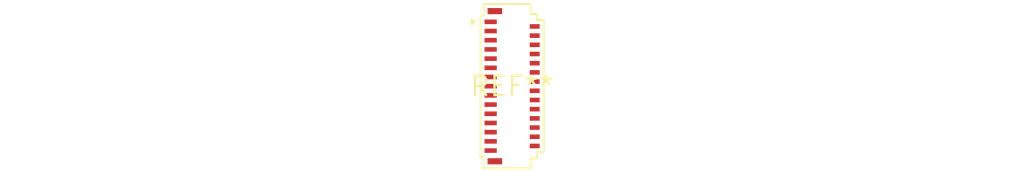
<source format=kicad_pcb>
(kicad_pcb (version 20240108) (generator pcbnew)
  (layers (0 "F.Cu" signal) (31 "B.Cu" signal) (34 "B.Paste" user) (35 "F.Paste" user) (36 "B.SilkS" user "B.Silkscreen") (37 "F.SilkS" user "F.Silkscreen") (38 "B.Mask" user) (39 "F.Mask" user) (44 "Edge.Cuts" user))
  (net 0 "")
  (footprint "Hirose_FH26-29S-0.3SHW_2Rows-29Pins-1MP_P0.60mm_Horizontal" (layer "F.Cu") (at 0 0)
    (property "Reference" "REF**")
    (property "Value" "Hirose_FH26-29S-0.3SHW_2Rows-29Pins-1MP_P0.60mm_Horizontal")
    (fp_line (start -2.622132 -4.35) (end -2.41 -4.2) (layer "F.SilkS") (stroke (width 0.12)))
    (fp_line (start -2.622132 -4.05) (end -2.622132 -4.35) (layer "F.SilkS") (stroke (width 0.12)))
    (fp_line (start -2.41 -4.2) (end -2.622132 -4.05) (layer "F.SilkS") (stroke (width 0.12)))
    (fp_line (start -2.06 -4.61) (end -2.06 0) (layer "F.SilkS") (stroke (width 0.12)))
    (fp_line (start -2.06 4.61) (end -2.06 0) (layer "F.SilkS") (stroke (width 0.12)))
    (fp_line (start -1.86 -5.36) (end -1.86 -4.61) (layer "F.SilkS") (stroke (width 0.12)))
    (fp_line (start -1.86 -4.61) (end -2.06 -4.61) (layer "F.SilkS") (stroke (width 0.12)))
    (fp_line (start -1.86 4.61) (end -2.06 4.61) (layer "F.SilkS") (stroke (width 0.12)))
    (fp_line (start -1.86 5.36) (end -1.86 4.61) (layer "F.SilkS") (stroke (width 0.12)))
    (fp_line (start 1.21 -5.36) (end -1.86 -5.36) (layer "F.SilkS") (stroke (width 0.12)))
    (fp_line (start 1.21 -4.71) (end 1.21 -5.36) (layer "F.SilkS") (stroke (width 0.12)))
    (fp_line (start 1.21 4.71) (end 1.21 5.36) (layer "F.SilkS") (stroke (width 0.12)))
    (fp_line (start 1.21 5.36) (end -1.86 5.36) (layer "F.SilkS") (stroke (width 0.12)))
    (fp_line (start 1.61 -4.71) (end 1.21 -4.71) (layer "F.SilkS") (stroke (width 0.12)))
    (fp_line (start 1.61 -4.31) (end 1.61 -4.71) (layer "F.SilkS") (stroke (width 0.12)))
    (fp_line (start 1.61 4.31) (end 1.61 4.71) (layer "F.SilkS") (stroke (width 0.12)))
    (fp_line (start 1.61 4.71) (end 1.21 4.71) (layer "F.SilkS") (stroke (width 0.12)))
    (fp_line (start 2.06 -4.31) (end 1.61 -4.31) (layer "F.SilkS") (stroke (width 0.12)))
    (fp_line (start 2.06 0) (end 2.06 -4.31) (layer "F.SilkS") (stroke (width 0.12)))
    (fp_line (start 2.06 0) (end 2.06 4.31) (layer "F.SilkS") (stroke (width 0.12)))
    (fp_line (start 2.06 4.31) (end 1.61 4.31) (layer "F.SilkS") (stroke (width 0.12)))
    (pad "1" smd rect (at -1.4 -4.2) (size 0.8 0.3) (layers "F.Cu" "F.Paste" "F.Mask"))
    (pad "2" smd rect (at 1.475 -3.9) (size 0.65 0.3) (layers "F.Cu" "F.Paste" "F.Mask"))
    (pad "3" smd rect (at -1.4 -3.6) (size 0.8 0.3) (layers "F.Cu" "F.Paste" "F.Mask"))
    (pad "4" smd rect (at 1.475 -3.3) (size 0.65 0.3) (layers "F.Cu" "F.Paste" "F.Mask"))
    (pad "5" smd rect (at -1.4 -3) (size 0.8 0.3) (layers "F.Cu" "F.Paste" "F.Mask"))
    (pad "6" smd rect (at 1.475 -2.7) (size 0.65 0.3) (layers "F.Cu" "F.Paste" "F.Mask"))
    (pad "7" smd rect (at -1.4 -2.4) (size 0.8 0.3) (layers "F.Cu" "F.Paste" "F.Mask"))
    (pad "8" smd rect (at 1.475 -2.1) (size 0.65 0.3) (layers "F.Cu" "F.Paste" "F.Mask"))
    (pad "9" smd rect (at -1.4 -1.8) (size 0.8 0.3) (layers "F.Cu" "F.Paste" "F.Mask"))
    (pad "10" smd rect (at 1.475 -1.5) (size 0.65 0.3) (layers "F.Cu" "F.Paste" "F.Mask"))
    (pad "11" smd rect (at -1.4 -1.2) (size 0.8 0.3) (layers "F.Cu" "F.Paste" "F.Mask"))
    (pad "12" smd rect (at 1.475 -0.9) (size 0.65 0.3) (layers "F.Cu" "F.Paste" "F.Mask"))
    (pad "13" smd rect (at -1.4 -0.6) (size 0.8 0.3) (layers "F.Cu" "F.Paste" "F.Mask"))
    (pad "14" smd rect (at 1.475 -0.3) (size 0.65 0.3) (layers "F.Cu" "F.Paste" "F.Mask"))
    (pad "15" smd rect (at -1.4 0) (size 0.8 0.3) (layers "F.Cu" "F.Paste" "F.Mask"))
    (pad "16" smd rect (at 1.475 0.3) (size 0.65 0.3) (layers "F.Cu" "F.Paste" "F.Mask"))
    (pad "17" smd rect (at -1.4 0.6) (size 0.8 0.3) (layers "F.Cu" "F.Paste" "F.Mask"))
    (pad "18" smd rect (at 1.475 0.9) (size 0.65 0.3) (layers "F.Cu" "F.Paste" "F.Mask"))
    (pad "19" smd rect (at -1.4 1.2) (size 0.8 0.3) (layers "F.Cu" "F.Paste" "F.Mask"))
    (pad "20" smd rect (at 1.475 1.5) (size 0.65 0.3) (layers "F.Cu" "F.Paste" "F.Mask"))
    (pad "21" smd rect (at -1.4 1.8) (size 0.8 0.3) (layers "F.Cu" "F.Paste" "F.Mask"))
    (pad "22" smd rect (at 1.475 2.1) (size 0.65 0.3) (layers "F.Cu" "F.Paste" "F.Mask"))
    (pad "23" smd rect (at -1.4 2.4) (size 0.8 0.3) (layers "F.Cu" "F.Paste" "F.Mask"))
    (pad "24" smd rect (at 1.475 2.7) (size 0.65 0.3) (layers "F.Cu" "F.Paste" "F.Mask"))
    (pad "25" smd rect (at -1.4 3) (size 0.8 0.3) (layers "F.Cu" "F.Paste" "F.Mask"))
    (pad "26" smd rect (at 1.475 3.3) (size 0.65 0.3) (layers "F.Cu" "F.Paste" "F.Mask"))
    (pad "27" smd rect (at -1.4 3.6) (size 0.8 0.3) (layers "F.Cu" "F.Paste" "F.Mask"))
    (pad "28" smd rect (at 1.475 3.9) (size 0.65 0.3) (layers "F.Cu" "F.Paste" "F.Mask"))
    (pad "29" smd rect (at -1.4 4.2) (size 0.8 0.3) (layers "F.Cu" "F.Paste" "F.Mask"))
    (pad "MP" smd rect (at -1.125 -4.9) (size 0.95 0.4) (layers "F.Cu" "F.Paste" "F.Mask"))
    (pad "MP" smd rect (at -1.125 4.9) (size 0.95 0.4) (layers "F.Cu" "F.Paste" "F.Mask"))
  )
)
</source>
